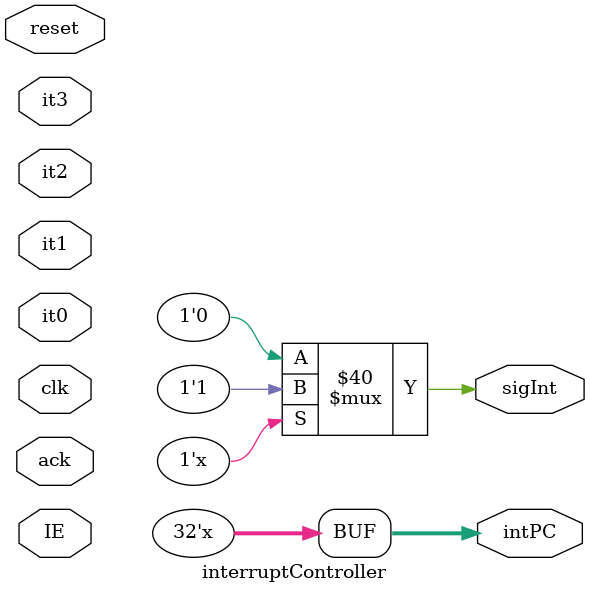
<source format=v>
`timescale 1ns / 1ps
`define DATA_SIZE 32
`define MEM_DEPTH 32

module interruptController(
    input clk, 
    input reset,
    input [3:0] IE,
    input it0,
    input it1,
    input it2,
    input it3,
    input ack,

    output reg sigInt,
    output reg [`MEM_DEPTH-1:0] intPC
);
    reg [3:0] priorityQueue;
    reg [1:0] priority;

    always @(posedge clk) begin
        if (reset) begin
            priorityQueue <= 4'b0000;
        end else if (ack) begin
            priorityQueue[priority] <= 1'b0;
        end
    end

    always @* begin
        if (priorityQueue != 4'b0000) begin
            if (priorityQueue[3]) begin
                intPC <=  32'h00000010;
                priority <= 3;
            end else if (priorityQueue[2]) begin
                intPC <=  32'h00000020;
                priority <= 2;
            end else if (priorityQueue[1]) begin
                intPC <=  32'h00000030;
                priority <= 1;
            end else if (priorityQueue[0]) begin
                intPC <=  32'h00000040;
                priority <= 0;
            end else begin
                intPC <=  32'bx;
            end
            sigInt <= 1'b1;
        end else begin
            sigInt <= 1'b0;
            intPC <= 32'bx;
            priority <= 1'bx;
        end
        priorityQueue <= priorityQueue | {it3 & IE[3], it2 & IE[2], it1 & IE[1], it0 & IE[0]};
    end
endmodule

</source>
